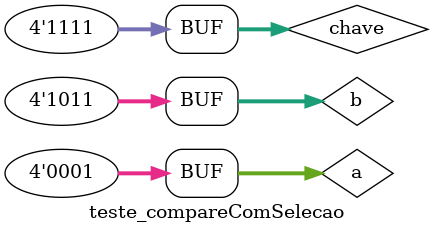
<source format=v>

module comparador(output [3:0] s , input [3:0] a , input [3:0] b);

xnor XNOR0( s[0] , a [0] , b [0] );
xnor XNOR1( s[1] , a [1] , b [1] );
xnor XNOR2( s[2] , a [2] , b [2] );
xnor XNOR3( s[3] , a [3] , b [3] );

endmodule //-- fim comparador


module comparadorDiferenca(output [3:0] s , input [3:0] a , input [3:0] b);

xor XOR0( s[0] , a [0] , b [0] );
xor XOR1( s[1] , a [1] , b [1] );
xor XOR2( s[2] , a [2] , b [2] );
xor XOR3( s[3] , a [3] , b [3] );

endmodule //-- fim comparador

module comparadorComSelecao( output [3:0] s , input [3:0] a , input [3:0] b , input [3:0] chave );

wire [3:0] tmp0;
wire [3:0] tmp1;

comparador COMPARADOR0(tmp0 , a , b );
comparadorDiferenca COMPARADORDIFERENCA(tmp1 , a , b);

wire [3:0] tmp2;
wire [3:0] tmp3;
assign tmp2 =  (tmp0 & ~chave);
assign tmp3 =  (tmp1 & chave);

assign s = (tmp2 | tmp3);

endmodule //--Fim comparador

module teste_compareComSelecao;

// ------------------------- definir dados 
reg [3:0] a; 
reg [3:0] b;
reg [3:0] chave;
wire [3:0] resp;


comparadorComSelecao COMPARADORCOMSELECAO(resp,a,b,chave);

// ------------------------- parte principal 
  initial
  begin
  $display("Exemplo0027 - Felipe Tôrres - 412738"); 
  $display("\nTest ALU's Comparador Com Diferenca:\n"); 
 
  //-- Mostrar testes
  
  a = 4'b0001;b = 4'b0011;chave = 4'b0000;
  $monitor("a = %b , b =  %b , Resposta : %b *** Chave = %b" , a , b , resp , chave);
  
  
  //-- Entradas
  
  #1 a = 4'b0001;b = 4'b1111;
  #1 a = 4'b0011;b = 4'b1011;
  #1 a = 4'b0001;b = 4'b1011;
  #1 a = 4'b0001;b = 4'b1011;
  
  #1 a = 4'b0001;b = 4'b1111;chave = 4'b1111;
  #1 a = 4'b0011;b = 4'b1011;
  #1 a = 4'b0001;b = 4'b1011;
  #1 a = 4'b0001;b = 4'b1011;

    
  end
endmodule //-- test 


</source>
